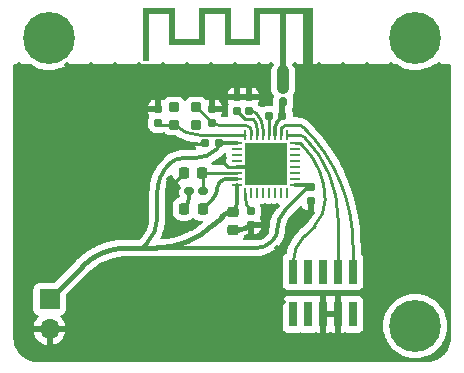
<source format=gtl>
%TF.GenerationSoftware,KiCad,Pcbnew,(6.0.1)*%
%TF.CreationDate,2022-03-11T00:24:32+11:00*%
%TF.ProjectId,BLE_beacon,424c455f-6265-4616-936f-6e2e6b696361,rev?*%
%TF.SameCoordinates,PX7e67600PY5e0b320*%
%TF.FileFunction,Copper,L1,Top*%
%TF.FilePolarity,Positive*%
%FSLAX46Y46*%
G04 Gerber Fmt 4.6, Leading zero omitted, Abs format (unit mm)*
G04 Created by KiCad (PCBNEW (6.0.1)) date 2022-03-11 00:24:32*
%MOMM*%
%LPD*%
G01*
G04 APERTURE LIST*
G04 Aperture macros list*
%AMRoundRect*
0 Rectangle with rounded corners*
0 $1 Rounding radius*
0 $2 $3 $4 $5 $6 $7 $8 $9 X,Y pos of 4 corners*
0 Add a 4 corners polygon primitive as box body*
4,1,4,$2,$3,$4,$5,$6,$7,$8,$9,$2,$3,0*
0 Add four circle primitives for the rounded corners*
1,1,$1+$1,$2,$3*
1,1,$1+$1,$4,$5*
1,1,$1+$1,$6,$7*
1,1,$1+$1,$8,$9*
0 Add four rect primitives between the rounded corners*
20,1,$1+$1,$2,$3,$4,$5,0*
20,1,$1+$1,$4,$5,$6,$7,0*
20,1,$1+$1,$6,$7,$8,$9,0*
20,1,$1+$1,$8,$9,$2,$3,0*%
%AMFreePoly0*
4,1,29,-11.250000,2.510000,-9.250000,2.510000,-9.250000,5.150000,-6.550000,5.150000,-6.550000,2.510000,-4.550000,2.510000,-4.550000,5.150000,0.450000,5.150000,0.450000,-0.250000,-0.450000,-0.250000,-0.450000,4.650000,-1.850000,4.650000,-1.850000,0.250000,-2.350000,0.250000,-2.350000,4.650000,-4.050000,4.650000,-4.050000,2.010000,-7.050000,2.010000,-7.050000,4.650000,-8.750000,4.650000,
-8.750000,2.010000,-11.750000,2.010000,-11.750000,4.650000,-13.450000,4.650000,-13.450000,0.710000,-13.950000,0.710000,-13.950000,5.150000,-11.250000,5.150000,-11.250000,2.510000,-11.250000,2.510000,$1*%
G04 Aperture macros list end*
%TA.AperFunction,SMDPad,CuDef*%
%ADD10RoundRect,0.062500X0.062500X-0.337500X0.062500X0.337500X-0.062500X0.337500X-0.062500X-0.337500X0*%
%TD*%
%TA.AperFunction,SMDPad,CuDef*%
%ADD11RoundRect,0.062500X0.337500X-0.062500X0.337500X0.062500X-0.337500X0.062500X-0.337500X-0.062500X0*%
%TD*%
%TA.AperFunction,SMDPad,CuDef*%
%ADD12R,3.600000X3.600000*%
%TD*%
%TA.AperFunction,SMDPad,CuDef*%
%ADD13RoundRect,0.155000X-0.155000X0.212500X-0.155000X-0.212500X0.155000X-0.212500X0.155000X0.212500X0*%
%TD*%
%TA.AperFunction,ComponentPad*%
%ADD14R,1.700000X1.700000*%
%TD*%
%TA.AperFunction,ComponentPad*%
%ADD15O,1.700000X1.700000*%
%TD*%
%TA.AperFunction,SMDPad,CuDef*%
%ADD16RoundRect,0.160000X-0.222500X-0.160000X0.222500X-0.160000X0.222500X0.160000X-0.222500X0.160000X0*%
%TD*%
%TA.AperFunction,SMDPad,CuDef*%
%ADD17RoundRect,0.225000X0.225000X0.250000X-0.225000X0.250000X-0.225000X-0.250000X0.225000X-0.250000X0*%
%TD*%
%TA.AperFunction,SMDPad,CuDef*%
%ADD18RoundRect,0.155000X0.212500X0.155000X-0.212500X0.155000X-0.212500X-0.155000X0.212500X-0.155000X0*%
%TD*%
%TA.AperFunction,SMDPad,CuDef*%
%ADD19RoundRect,0.160000X-0.160000X0.222500X-0.160000X-0.222500X0.160000X-0.222500X0.160000X0.222500X0*%
%TD*%
%TA.AperFunction,SMDPad,CuDef*%
%ADD20R,0.750000X2.100000*%
%TD*%
%TA.AperFunction,SMDPad,CuDef*%
%ADD21RoundRect,0.218750X0.218750X0.256250X-0.218750X0.256250X-0.218750X-0.256250X0.218750X-0.256250X0*%
%TD*%
%TA.AperFunction,ComponentPad*%
%ADD22C,0.700000*%
%TD*%
%TA.AperFunction,ComponentPad*%
%ADD23C,4.400000*%
%TD*%
%TA.AperFunction,SMDPad,CuDef*%
%ADD24RoundRect,0.155000X0.155000X-0.212500X0.155000X0.212500X-0.155000X0.212500X-0.155000X-0.212500X0*%
%TD*%
%TA.AperFunction,SMDPad,CuDef*%
%ADD25RoundRect,0.200000X0.250000X-0.200000X0.250000X0.200000X-0.250000X0.200000X-0.250000X-0.200000X0*%
%TD*%
%TA.AperFunction,SMDPad,CuDef*%
%ADD26RoundRect,0.225000X-0.250000X0.225000X-0.250000X-0.225000X0.250000X-0.225000X0.250000X0.225000X0*%
%TD*%
%TA.AperFunction,ConnectorPad*%
%ADD27FreePoly0,0.000000*%
%TD*%
%TA.AperFunction,ConnectorPad*%
%ADD28R,0.500000X0.500000*%
%TD*%
%TA.AperFunction,ComponentPad*%
%ADD29R,0.900000X0.500000*%
%TD*%
%TA.AperFunction,ViaPad*%
%ADD30C,0.508000*%
%TD*%
%TA.AperFunction,Conductor*%
%ADD31C,0.250000*%
%TD*%
%TA.AperFunction,Conductor*%
%ADD32C,1.000000*%
%TD*%
%TA.AperFunction,Conductor*%
%ADD33C,0.300000*%
%TD*%
%TA.AperFunction,Conductor*%
%ADD34C,0.400000*%
%TD*%
%TA.AperFunction,Conductor*%
%ADD35C,0.500000*%
%TD*%
G04 APERTURE END LIST*
D10*
%TO.P,U1,1,DEC1*%
%TO.N,Net-(C5-Pad1)*%
X20208000Y14882000D03*
%TO.P,U1,2,P0.00/XL1*%
%TO.N,unconnected-(U1-Pad2)*%
X20708000Y14882000D03*
%TO.P,U1,3,P0.01/XL2*%
%TO.N,unconnected-(U1-Pad3)*%
X21208000Y14882000D03*
%TO.P,U1,4,P0.04/AIN2*%
%TO.N,unconnected-(U1-Pad4)*%
X21708000Y14882000D03*
%TO.P,U1,5,P0.05/AIN3*%
%TO.N,unconnected-(U1-Pad5)*%
X22208000Y14882000D03*
%TO.P,U1,6,P0.06*%
%TO.N,unconnected-(U1-Pad6)*%
X22708000Y14882000D03*
%TO.P,U1,7,P0.09*%
%TO.N,unconnected-(U1-Pad7)*%
X23208000Y14882000D03*
%TO.P,U1,8,P0.10*%
%TO.N,unconnected-(U1-Pad8)*%
X23708000Y14882000D03*
D11*
%TO.P,U1,9,VDD*%
%TO.N,VDD*%
X24408000Y15582000D03*
%TO.P,U1,10,P0.12*%
%TO.N,unconnected-(U1-Pad10)*%
X24408000Y16082000D03*
%TO.P,U1,11,P0.14*%
%TO.N,unconnected-(U1-Pad11)*%
X24408000Y16582000D03*
%TO.P,U1,12,P0.15*%
%TO.N,unconnected-(U1-Pad12)*%
X24408000Y17082000D03*
%TO.P,U1,13,P0.16*%
%TO.N,unconnected-(U1-Pad13)*%
X24408000Y17582000D03*
%TO.P,U1,14,P0.18*%
%TO.N,unconnected-(U1-Pad14)*%
X24408000Y18082000D03*
%TO.P,U1,15,P0.20*%
%TO.N,unconnected-(U1-Pad15)*%
X24408000Y18582000D03*
%TO.P,U1,16,P0.21/~{RESET}*%
%TO.N,nRESET*%
X24408000Y19082000D03*
D10*
%TO.P,U1,17,SWDCLK*%
%TO.N,SWDCLK*%
X23708000Y19782000D03*
%TO.P,U1,18,SWDIO*%
%TO.N,SWDIO*%
X23208000Y19782000D03*
%TO.P,U1,19,ANT*%
%TO.N,Net-(C6-Pad1)*%
X22708000Y19782000D03*
%TO.P,U1,20,VSS*%
%TO.N,Net-(U1-Pad20)*%
X22208000Y19782000D03*
%TO.P,U1,21,DEC2*%
%TO.N,Net-(C10-Pad1)*%
X21708000Y19782000D03*
%TO.P,U1,22,DEC3*%
%TO.N,Net-(C4-Pad1)*%
X21208000Y19782000D03*
%TO.P,U1,23,XC1*%
%TO.N,Net-(C7-Pad2)*%
X20708000Y19782000D03*
%TO.P,U1,24,XC2*%
%TO.N,Net-(C9-Pad2)*%
X20208000Y19782000D03*
D11*
%TO.P,U1,25,VDD*%
%TO.N,VDD*%
X19508000Y19082000D03*
%TO.P,U1,26,P0.25*%
%TO.N,unconnected-(U1-Pad26)*%
X19508000Y18582000D03*
%TO.P,U1,27,P0.28/AIN4*%
%TO.N,unconnected-(U1-Pad27)*%
X19508000Y18082000D03*
%TO.P,U1,28,P0.30/AIN6*%
%TO.N,unconnected-(U1-Pad28)*%
X19508000Y17582000D03*
%TO.P,U1,29,VSS*%
%TO.N,GND*%
X19508000Y17082000D03*
%TO.P,U1,30,DEC4*%
%TO.N,DCC4*%
X19508000Y16582000D03*
%TO.P,U1,31,DCC*%
%TO.N,DCC*%
X19508000Y16082000D03*
%TO.P,U1,32,VDD*%
%TO.N,VDD*%
X19508000Y15582000D03*
D12*
%TO.P,U1,33,VSS*%
%TO.N,GND*%
X21958000Y17332000D03*
%TD*%
D13*
%TO.P,C9,1*%
%TO.N,GND*%
X12814000Y21963500D03*
%TO.P,C9,2*%
%TO.N,Net-(C9-Pad2)*%
X12814000Y20828500D03*
%TD*%
D14*
%TO.P,J2,1,Pin_1*%
%TO.N,VDD*%
X3625000Y5882000D03*
D15*
%TO.P,J2,2,Pin_2*%
%TO.N,GND*%
X3625000Y3342000D03*
%TD*%
D16*
%TO.P,L3,1,1*%
%TO.N,Net-(L2-Pad2)*%
X15473500Y15046000D03*
%TO.P,L3,2,2*%
%TO.N,DCC4*%
X16618500Y15046000D03*
%TD*%
D13*
%TO.P,C5,1*%
%TO.N,Net-(C5-Pad1)*%
X20688000Y13327500D03*
%TO.P,C5,2*%
%TO.N,GND*%
X20688000Y12192500D03*
%TD*%
D17*
%TO.P,C8,1*%
%TO.N,DCC4*%
X16567000Y16570000D03*
%TO.P,C8,2*%
%TO.N,GND*%
X15017000Y16570000D03*
%TD*%
D18*
%TO.P,C2,1*%
%TO.N,VDD*%
X17953500Y19110000D03*
%TO.P,C2,2*%
%TO.N,GND*%
X16818500Y19110000D03*
%TD*%
D19*
%TO.P,L1,1,1*%
%TO.N,Net-(AE1-Pad1)*%
X23412000Y23746500D03*
%TO.P,L1,2,2*%
%TO.N,Net-(C6-Pad1)*%
X23412000Y22601500D03*
%TD*%
D20*
%TO.P,J1,1,VTref*%
%TO.N,unconnected-(J1-Pad1)*%
X29324000Y4610000D03*
%TO.P,J1,2,SWDIO/TMS*%
%TO.N,SWDIO*%
X29324000Y8210000D03*
%TO.P,J1,3,GND*%
%TO.N,GND*%
X28054000Y4610000D03*
%TO.P,J1,4,SWDCLK/TCK*%
%TO.N,SWDCLK*%
X28054000Y8210000D03*
%TO.P,J1,5,GND*%
%TO.N,GND*%
X26784000Y4610000D03*
%TO.P,J1,6,SWO/TDO*%
%TO.N,unconnected-(J1-Pad6)*%
X26784000Y8210000D03*
%TO.P,J1,7,KEY*%
%TO.N,unconnected-(J1-Pad7)*%
X25514000Y4610000D03*
%TO.P,J1,8,NC/TDI*%
%TO.N,unconnected-(J1-Pad8)*%
X25514000Y8210000D03*
%TO.P,J1,9,GNDDetect*%
%TO.N,unconnected-(J1-Pad9)*%
X24244000Y4610000D03*
%TO.P,J1,10,~{RESET}*%
%TO.N,nRESET*%
X24244000Y8210000D03*
%TD*%
D18*
%TO.P,C6,1*%
%TO.N,Net-(C6-Pad1)*%
X23347000Y21396000D03*
%TO.P,C6,2*%
%TO.N,Net-(U1-Pad20)*%
X22212000Y21396000D03*
%TD*%
D21*
%TO.P,L2,1,1*%
%TO.N,DCC*%
X16579500Y13522000D03*
%TO.P,L2,2,2*%
%TO.N,Net-(L2-Pad2)*%
X15004500Y13522000D03*
%TD*%
D22*
%TO.P,REF\u002A\u002A,1*%
%TO.N,N/C*%
X36238000Y28000000D03*
X33421274Y29166726D03*
X34588000Y26350000D03*
X35754726Y26833274D03*
X35754726Y29166726D03*
X32938000Y28000000D03*
X34588000Y29650000D03*
D23*
X34588000Y28000000D03*
D22*
X33421274Y26833274D03*
%TD*%
D24*
%TO.P,C4,1*%
%TO.N,Net-(C4-Pad1)*%
X19528000Y21844500D03*
%TO.P,C4,2*%
%TO.N,GND*%
X19528000Y22979500D03*
%TD*%
%TO.P,C10,1*%
%TO.N,Net-(C10-Pad1)*%
X20544000Y21844500D03*
%TO.P,C10,2*%
%TO.N,GND*%
X20544000Y22979500D03*
%TD*%
D22*
%TO.P,REF\u002A\u002A,1*%
%TO.N,N/C*%
X5250000Y28000000D03*
X2433274Y26833274D03*
X3600000Y26350000D03*
X2433274Y29166726D03*
D23*
X3600000Y28000000D03*
D22*
X3600000Y29650000D03*
X1950000Y28000000D03*
X4766726Y29166726D03*
X4766726Y26833274D03*
%TD*%
D13*
%TO.P,C7,1*%
%TO.N,GND*%
X17386000Y21963500D03*
%TO.P,C7,2*%
%TO.N,Net-(C7-Pad2)*%
X17386000Y20828500D03*
%TD*%
D25*
%TO.P,Y1,1,1*%
%TO.N,Net-(C9-Pad2)*%
X14175000Y20671000D03*
%TO.P,Y1,2*%
%TO.N,N/C*%
X16025000Y20671000D03*
%TO.P,Y1,3,3*%
%TO.N,Net-(C7-Pad2)*%
X16025000Y22121000D03*
%TO.P,Y1,4*%
%TO.N,N/C*%
X14175000Y22121000D03*
%TD*%
D26*
%TO.P,C3,1*%
%TO.N,VDD*%
X19164000Y13281000D03*
%TO.P,C3,2*%
%TO.N,GND*%
X19164000Y11731000D03*
%TD*%
D13*
%TO.P,C1,1*%
%TO.N,VDD*%
X25768000Y15359500D03*
%TO.P,C1,2*%
%TO.N,GND*%
X25768000Y14224500D03*
%TD*%
D22*
%TO.P,REF\u002A\u002A,1*%
%TO.N,N/C*%
X33421274Y4782726D03*
X36238000Y3616000D03*
X35754726Y4782726D03*
X34588000Y1966000D03*
X33421274Y2449274D03*
X35754726Y2449274D03*
X34588000Y5266000D03*
X32938000Y3616000D03*
D23*
X34588000Y3616000D03*
%TD*%
D27*
%TO.P,AE1,*%
%TO.N,GND*%
X25494800Y25358400D03*
D28*
%TO.P,AE1,1,A*%
%TO.N,Net-(AE1-Pad1)*%
X23394800Y25358400D03*
D29*
%TO.P,AE1,2*%
%TO.N,GND*%
X25494800Y25358400D03*
%TD*%
D30*
%TO.N,GND*%
X18200000Y17600000D03*
X17316000Y25714000D03*
X18332000Y22920000D03*
X24936000Y21904000D03*
X30016000Y22412000D03*
X2076000Y7172000D03*
X12213136Y2094596D03*
X32556000Y22412000D03*
X9673655Y2094596D03*
X2076000Y17332000D03*
X30016000Y12760000D03*
X26460000Y25714000D03*
X7129503Y7198497D03*
X7129503Y4659016D03*
X26968000Y19872000D03*
X22904000Y10220000D03*
X13252000Y25714000D03*
X10712000Y9204000D03*
X11220000Y25714000D03*
X32549107Y17334892D03*
X13760000Y15300000D03*
X15284000Y25714000D03*
X9668984Y4659016D03*
X35096000Y7172000D03*
X29989503Y2094596D03*
X14522000Y15300000D03*
X9694961Y22438497D03*
X21380000Y5648000D03*
X25698000Y13268000D03*
X32556000Y19872000D03*
X13754828Y16079264D03*
X4616000Y17332000D03*
X27450022Y2094596D03*
X2049503Y22438497D03*
X4615999Y19899016D03*
X7156000Y25714000D03*
X19348000Y25714000D03*
X21380000Y25714000D03*
X7156000Y17332000D03*
X22904000Y16316000D03*
X21888000Y22920000D03*
X2049503Y19899016D03*
X10712000Y17332000D03*
X9188000Y25714000D03*
X11728000Y21396000D03*
X28492000Y25714000D03*
X35088588Y19874373D03*
X23412000Y5648000D03*
X24428000Y25714000D03*
X22904000Y13776000D03*
X32556000Y7172000D03*
X20872000Y16316000D03*
X20872000Y18348000D03*
X35088588Y17334892D03*
X35096000Y22412000D03*
X5124000Y25714000D03*
X4615999Y22438497D03*
X22396000Y25714000D03*
X30009626Y19874373D03*
X2076000Y4632000D03*
X15284000Y5648000D03*
X13252000Y5648000D03*
X7155480Y19899016D03*
X2050541Y2092520D03*
X21888000Y13014000D03*
X7155480Y22438497D03*
X12744000Y23428000D03*
X36620000Y25714000D03*
X22904000Y18348000D03*
X30516909Y25721091D03*
X32556000Y25714000D03*
X1060000Y25714000D03*
X7129503Y2092520D03*
X21888000Y13776000D03*
%TD*%
D31*
%TO.N,GND*%
X15017000Y16557000D02*
X13760000Y15300000D01*
X15017000Y16570000D02*
X15017000Y16557000D01*
%TO.N,DCC4*%
X16618500Y16518500D02*
X16567000Y16570000D01*
X16618500Y15046000D02*
X16618500Y16518500D01*
X16579000Y16582000D02*
X16567000Y16570000D01*
X19508000Y16582000D02*
X16579000Y16582000D01*
%TO.N,Net-(U1-Pad20)*%
X22208000Y21392000D02*
X22212000Y21396000D01*
X22208000Y19782000D02*
X22208000Y21392000D01*
%TO.N,GND*%
X18718000Y17082000D02*
X18200000Y17600000D01*
X19508000Y17082000D02*
X18718000Y17082000D01*
D32*
%TO.N,Net-(AE1-Pad1)*%
X23412000Y25206000D02*
X23412000Y23746500D01*
D33*
%TO.N,GND*%
X21708000Y17082000D02*
X21958000Y17332000D01*
X13942983Y15625016D02*
X14268000Y15300000D01*
X14522000Y15300000D02*
X14268000Y15300000D01*
X13754828Y16079264D02*
X13754828Y15925696D01*
X14167791Y15908209D02*
X14268000Y15808000D01*
X13763378Y16058621D02*
X14522000Y15300000D01*
X14268000Y15300000D02*
X14014000Y15300000D01*
D34*
X19164000Y11731000D02*
X19573841Y11731000D01*
D33*
X19508000Y17082000D02*
X21708000Y17082000D01*
X14342395Y15733605D02*
X14268000Y15808000D01*
X13754828Y16079264D02*
X13754828Y15312486D01*
X14014000Y15300000D02*
X13760000Y15300000D01*
X14268000Y15808000D02*
X13760000Y15300000D01*
D34*
X20688000Y12192500D02*
G75*
G02*
X19573841Y11731000I-1114156J1114150D01*
G01*
D33*
X14167791Y15908209D02*
G75*
G03*
X13754828Y16079264I-412964J-412965D01*
G01*
X13763378Y16058621D02*
G75*
G02*
X13754828Y16079264I20643J20642D01*
G01*
X14014000Y15300000D02*
G75*
G02*
X13754828Y15925696I625690J625694D01*
G01*
X13942983Y15625016D02*
G75*
G02*
X13754828Y16079264I454252J454249D01*
G01*
X14342395Y15733605D02*
G75*
G02*
X14522000Y15300000I-433609J-433606D01*
G01*
X13760000Y15300000D02*
G75*
G02*
X13754828Y15312486I12486J12486D01*
G01*
D31*
%TO.N,Net-(C4-Pad1)*%
X19528000Y21814857D02*
X20196769Y21146088D01*
X20206638Y21142000D02*
X20872000Y21142000D01*
X21208000Y20330825D02*
X21208000Y19782000D01*
X19528000Y21844500D02*
X19528000Y21814857D01*
X20206638Y21142001D02*
G75*
G02*
X20196770Y21146089I-2J13951D01*
G01*
X21208000Y20330825D02*
G75*
G03*
X20872000Y21142000I-1147173J0D01*
G01*
%TO.N,Net-(C5-Pad1)*%
X20208000Y14882000D02*
X20208000Y14486322D01*
X20688000Y13327500D02*
G75*
G02*
X20208000Y14486322I1158815J1158820D01*
G01*
D33*
%TO.N,Net-(C6-Pad1)*%
X22708000Y19782000D02*
X22707520Y19782480D01*
D35*
X23347000Y21396000D02*
X23347000Y22536500D01*
D33*
X22707520Y19782480D02*
X22707520Y20413656D01*
D35*
X23347000Y22536500D02*
X23412000Y22601500D01*
D33*
X22904000Y20888000D02*
X23301038Y21285038D01*
X23347000Y21396000D02*
G75*
G02*
X23301038Y21285038I-156919J-2D01*
G01*
X22904000Y20888000D02*
G75*
G03*
X22707520Y20413656I474338J-474342D01*
G01*
D31*
%TO.N,Net-(C7-Pad2)*%
X16025000Y22121000D02*
X16093500Y22121000D01*
X20708000Y19782000D02*
X20708000Y20162721D01*
X20618000Y20380000D02*
X20543605Y20454395D01*
X16093500Y22121000D02*
X17386000Y20828500D01*
X20110000Y20634000D02*
X17855564Y20634000D01*
X20618000Y20380000D02*
G75*
G02*
X20708000Y20162721I-217279J-217279D01*
G01*
X17386000Y20828500D02*
G75*
G03*
X17855564Y20634000I469565J469565D01*
G01*
X20110000Y20634000D02*
G75*
G02*
X20543605Y20454395I0J-613209D01*
G01*
D33*
%TO.N,DCC*%
X18739494Y16082000D02*
X19508000Y16082000D01*
X16579500Y13522000D02*
X17446758Y14389258D01*
X18003605Y15733605D02*
X18078000Y15808000D01*
X18739494Y16082000D02*
G75*
G03*
X18078000Y15808000I-1J-935490D01*
G01*
X17823999Y15300000D02*
G75*
G02*
X17446757Y14389259I-1287982J0D01*
G01*
X18003605Y15733605D02*
G75*
G03*
X17824000Y15300000I433609J-433606D01*
G01*
D31*
%TO.N,Net-(C9-Pad2)*%
X20208000Y19782000D02*
X16321235Y19782000D01*
X14175000Y20671000D02*
X12971500Y20671000D01*
X12971500Y20671000D02*
X12814000Y20828500D01*
X14175000Y20671000D02*
G75*
G03*
X16321235Y19782000I2146232J2146228D01*
G01*
%TO.N,Net-(C10-Pad1)*%
X21708000Y19782000D02*
X21708000Y20244928D01*
X20656436Y21844500D02*
X20544000Y21844500D01*
X20656436Y21844499D02*
G75*
G02*
X21125999Y21649999I1J-664060D01*
G01*
X21126000Y21650000D02*
G75*
G02*
X21708000Y20244928I-1405064J-1405069D01*
G01*
%TO.N,SWDIO*%
X23920000Y20634000D02*
X24576790Y20634000D01*
X23208000Y20303480D02*
X23268772Y20364252D01*
X23208000Y19782000D02*
X23208000Y20303480D01*
X29324000Y10399642D02*
X29324000Y8210000D01*
X25190000Y20380000D02*
G75*
G03*
X24576790Y20634000I-613210J-613209D01*
G01*
X29324000Y10399642D02*
G75*
G03*
X25190000Y20380000I-14114356J0D01*
G01*
X23920000Y20633999D02*
G75*
G03*
X23268773Y20364251I4J-920983D01*
G01*
%TO.N,SWDCLK*%
X24794069Y19782000D02*
X23708000Y19782000D01*
X28054000Y8210000D02*
X28054000Y12703693D01*
X24794069Y19782000D02*
G75*
G02*
X25190000Y19618000I2J-559925D01*
G01*
X25190000Y19618000D02*
G75*
G02*
X28054000Y12703693I-6914302J-6914305D01*
G01*
%TO.N,nRESET*%
X24855328Y19082000D02*
X25069186Y18868142D01*
X24855328Y19082000D02*
X24408000Y19082000D01*
X24244000Y8952154D02*
X24244000Y8210000D01*
X26069974Y12115975D02*
X25190000Y11236000D01*
X24244001Y8952154D02*
G75*
G02*
X25190001Y11235999I3229838J3D01*
G01*
X26069974Y12115975D02*
G75*
G03*
X26968000Y14284000I-2168018J2168023D01*
G01*
X26967999Y14284000D02*
G75*
G03*
X25069185Y18868141I-6482952J1D01*
G01*
D33*
%TO.N,Net-(L2-Pad2)*%
X15473500Y15046000D02*
X15473500Y14654266D01*
X15004500Y13522000D02*
G75*
G03*
X15473500Y14654266I-1132269J1132267D01*
G01*
D34*
%TO.N,VDD*%
X11474000Y10220000D02*
X10204000Y10220000D01*
X6378373Y8635374D02*
X3625000Y5882000D01*
D33*
X25545500Y15582000D02*
X25768000Y15359500D01*
X15984370Y17840000D02*
X14986420Y17840000D01*
D34*
X18199484Y12881485D02*
X17570000Y12252000D01*
X12664319Y10220000D02*
X11474000Y10220000D01*
D33*
X19508000Y19082000D02*
X17981500Y19082000D01*
X17953500Y19110000D02*
X17953500Y18914640D01*
X19508000Y15582000D02*
X19508000Y14111489D01*
X25316471Y15172470D02*
X24682000Y14538000D01*
X22544790Y10876790D02*
X22396000Y10728000D01*
X11845974Y10591975D02*
X11474000Y10220000D01*
X12744000Y14879160D02*
X12744000Y12760000D01*
X24408000Y15582000D02*
X25545500Y15582000D01*
X24682000Y14538000D02*
X23622421Y13478421D01*
X17981500Y19082000D02*
X17953500Y19110000D01*
X21169580Y10220000D02*
X12664319Y10220000D01*
X21169580Y10220000D02*
G75*
G03*
X22396000Y10728000I-3J1734426D01*
G01*
D34*
X6378373Y8635374D02*
G75*
G02*
X10204000Y10220000I3825628J-3825632D01*
G01*
D33*
X15984370Y17840001D02*
G75*
G03*
X17824000Y18602000I-2J2601634D01*
G01*
X13760000Y17332000D02*
G75*
G02*
X14986420Y17840000I1226417J-1226413D01*
G01*
X19164000Y13281000D02*
G75*
G03*
X19508000Y14111489I-830483J830487D01*
G01*
X22544790Y10876790D02*
G75*
G03*
X22904000Y11744000I-867213J867211D01*
G01*
D34*
X18199484Y12881485D02*
G75*
G02*
X19164000Y13281000I964518J-964524D01*
G01*
D33*
X22904001Y11744000D02*
G75*
G02*
X23622422Y13478420I2452840J0D01*
G01*
X11845974Y10591975D02*
G75*
G03*
X12744000Y12760000I-2168018J2168023D01*
G01*
X12744001Y14879160D02*
G75*
G02*
X13760001Y17331999I3468838J0D01*
G01*
X17824000Y18602000D02*
G75*
G03*
X17953500Y18914640I-312642J312641D01*
G01*
X25316471Y15172470D02*
G75*
G02*
X25768000Y15359500I451526J-451520D01*
G01*
D34*
X12664319Y10220000D02*
G75*
G03*
X17570000Y12252000I-1J6937682D01*
G01*
%TD*%
%TA.AperFunction,Conductor*%
%TO.N,GND*%
G36*
X2022752Y25792307D02*
G01*
X2025189Y25790575D01*
X2028149Y25788191D01*
X2305253Y25615373D01*
X2601112Y25477097D01*
X2604721Y25475914D01*
X2827653Y25402833D01*
X2911440Y25375366D01*
X3231742Y25311654D01*
X3235514Y25311367D01*
X3235522Y25311366D01*
X3553602Y25287171D01*
X3553607Y25287171D01*
X3557379Y25286884D01*
X3883633Y25301414D01*
X3943425Y25311366D01*
X4202037Y25354410D01*
X4202042Y25354411D01*
X4205778Y25355033D01*
X4519149Y25446966D01*
X4522616Y25448456D01*
X4522620Y25448457D01*
X4815721Y25574384D01*
X4815723Y25574385D01*
X4819205Y25575881D01*
X5101601Y25739909D01*
X5104623Y25742190D01*
X5104627Y25742193D01*
X5168168Y25790162D01*
X5234588Y25815242D01*
X5244085Y25815600D01*
X22383173Y25815600D01*
X22451294Y25795598D01*
X22497787Y25741942D01*
X22507891Y25671668D01*
X22493589Y25628901D01*
X22488759Y25620114D01*
X22480567Y25605213D01*
X22478706Y25599346D01*
X22478705Y25599344D01*
X22471867Y25577788D01*
X22420765Y25416694D01*
X22403500Y25262773D01*
X22403500Y23696731D01*
X22403800Y23693675D01*
X22403800Y23693668D01*
X22404530Y23686227D01*
X22417920Y23549667D01*
X22475084Y23360331D01*
X22567934Y23185704D01*
X22571830Y23180927D01*
X22595003Y23152514D01*
X22622557Y23087082D01*
X22617594Y23035200D01*
X22589866Y22946719D01*
X22583500Y22877437D01*
X22583500Y22874539D01*
X22583501Y22340500D01*
X22563499Y22272379D01*
X22509844Y22225886D01*
X22457501Y22214500D01*
X21946468Y22214500D01*
X21877699Y22208181D01*
X21804319Y22185185D01*
X21731704Y22162429D01*
X21731702Y22162428D01*
X21724455Y22160157D01*
X21717958Y22156222D01*
X21717953Y22156220D01*
X21675254Y22130361D01*
X21606625Y22112182D01*
X21539061Y22133993D01*
X21528153Y22142326D01*
X21511886Y22156220D01*
X21438180Y22219171D01*
X21425245Y22230219D01*
X21425244Y22230219D01*
X21421483Y22233432D01*
X21358028Y22272318D01*
X21309693Y22327145D01*
X21308157Y22332045D01*
X21304225Y22338537D01*
X21304223Y22338542D01*
X21298973Y22347210D01*
X21280793Y22415839D01*
X21298974Y22477757D01*
X21303766Y22485669D01*
X21309971Y22499411D01*
X21353685Y22638904D01*
X21356298Y22651954D01*
X21361537Y22708962D01*
X21357525Y22722624D01*
X21356135Y22723829D01*
X21348452Y22725500D01*
X18728115Y22725500D01*
X18712876Y22721025D01*
X18711671Y22719635D01*
X18710187Y22712814D01*
X18710266Y22711112D01*
X18715702Y22651954D01*
X18718315Y22638904D01*
X18762029Y22499411D01*
X18768234Y22485669D01*
X18773026Y22477757D01*
X18791207Y22409128D01*
X18773027Y22347210D01*
X18763843Y22332045D01*
X18761572Y22324798D01*
X18761571Y22324796D01*
X18745145Y22272379D01*
X18715819Y22178801D01*
X18709500Y22110032D01*
X18709500Y21578968D01*
X18715819Y21510199D01*
X18717820Y21503815D01*
X18740582Y21431179D01*
X18741866Y21360194D01*
X18704569Y21299783D01*
X18640532Y21269127D01*
X18620348Y21267500D01*
X18250554Y21267500D01*
X18182433Y21287502D01*
X18142779Y21328228D01*
X18140973Y21331210D01*
X18122793Y21399839D01*
X18140974Y21461757D01*
X18145766Y21469669D01*
X18151971Y21483411D01*
X18195685Y21622904D01*
X18198298Y21635954D01*
X18203537Y21692962D01*
X18199525Y21706624D01*
X18198135Y21707829D01*
X18190452Y21709500D01*
X17453094Y21709500D01*
X17384973Y21729502D01*
X17363999Y21746405D01*
X17168905Y21941499D01*
X17134879Y22003811D01*
X17132000Y22030594D01*
X17132000Y22235615D01*
X17640000Y22235615D01*
X17644475Y22220376D01*
X17645865Y22219171D01*
X17653548Y22217500D01*
X18185885Y22217500D01*
X18201124Y22221975D01*
X18202329Y22223365D01*
X18203813Y22230186D01*
X18203734Y22231888D01*
X18198298Y22291046D01*
X18195685Y22304096D01*
X18151971Y22443589D01*
X18145765Y22457334D01*
X18070504Y22581604D01*
X18061197Y22593473D01*
X17958473Y22696197D01*
X17946604Y22705504D01*
X17822334Y22780765D01*
X17808589Y22786971D01*
X17669088Y22830687D01*
X17657497Y22833009D01*
X17643165Y22830194D01*
X17640000Y22818298D01*
X17640000Y22235615D01*
X17132000Y22235615D01*
X17132000Y22816658D01*
X17127729Y22831203D01*
X17115698Y22833248D01*
X17102912Y22830687D01*
X16963411Y22786971D01*
X16942741Y22777638D01*
X16941940Y22779412D01*
X16883070Y22763821D01*
X16815508Y22785634D01*
X16797339Y22800681D01*
X16715381Y22882639D01*
X16568699Y22971472D01*
X16561452Y22973743D01*
X16561450Y22973744D01*
X16495164Y22994517D01*
X16405062Y23022753D01*
X16331635Y23029500D01*
X16328737Y23029500D01*
X16024205Y23029499D01*
X15718366Y23029499D01*
X15715508Y23029236D01*
X15715499Y23029236D01*
X15679996Y23025974D01*
X15644938Y23022753D01*
X15638560Y23020754D01*
X15638559Y23020754D01*
X15488550Y22973744D01*
X15488548Y22973743D01*
X15481301Y22971472D01*
X15334619Y22882639D01*
X15213361Y22761381D01*
X15209424Y22754880D01*
X15207776Y22752159D01*
X15206060Y22750590D01*
X15204738Y22748904D01*
X15204457Y22749124D01*
X15155379Y22704252D01*
X15085399Y22692279D01*
X15020055Y22720040D01*
X14992224Y22752159D01*
X14990576Y22754880D01*
X14986639Y22761381D01*
X14865381Y22882639D01*
X14718699Y22971472D01*
X14711452Y22973743D01*
X14711450Y22973744D01*
X14645164Y22994517D01*
X14555062Y23022753D01*
X14481635Y23029500D01*
X14478737Y23029500D01*
X14174205Y23029499D01*
X13868366Y23029499D01*
X13865508Y23029236D01*
X13865499Y23029236D01*
X13829996Y23025974D01*
X13794938Y23022753D01*
X13788560Y23020754D01*
X13788559Y23020754D01*
X13638550Y22973744D01*
X13638548Y22973743D01*
X13631301Y22971472D01*
X13484619Y22882639D01*
X13402661Y22800681D01*
X13340349Y22766655D01*
X13269534Y22771720D01*
X13257267Y22777657D01*
X13257259Y22777638D01*
X13236589Y22786971D01*
X13097088Y22830687D01*
X13085497Y22833009D01*
X13071165Y22830194D01*
X13068000Y22818298D01*
X13068000Y21835500D01*
X13047998Y21767379D01*
X12994342Y21720886D01*
X12942000Y21709500D01*
X12014115Y21709500D01*
X11998876Y21705025D01*
X11997671Y21703635D01*
X11996187Y21696814D01*
X11996266Y21695112D01*
X12001702Y21635954D01*
X12004315Y21622904D01*
X12048029Y21483411D01*
X12054234Y21469669D01*
X12059026Y21461757D01*
X12077207Y21393128D01*
X12059027Y21331210D01*
X12049843Y21316045D01*
X12047572Y21308798D01*
X12047571Y21308796D01*
X12031692Y21258124D01*
X12001819Y21162801D01*
X11995500Y21094032D01*
X11995500Y20562968D01*
X12001819Y20494199D01*
X12049843Y20340955D01*
X12133034Y20203590D01*
X12246590Y20090034D01*
X12383955Y20006843D01*
X12391202Y20004572D01*
X12391204Y20004571D01*
X12434650Y19990956D01*
X12537199Y19958819D01*
X12605968Y19952500D01*
X13022032Y19952500D01*
X13090801Y19958819D01*
X13193350Y19990956D01*
X13236796Y20004571D01*
X13236798Y20004572D01*
X13244045Y20006843D01*
X13250542Y20010777D01*
X13257466Y20013904D01*
X13258246Y20012176D01*
X13317282Y20027816D01*
X13384846Y20006009D01*
X13403024Y19990956D01*
X13484619Y19909361D01*
X13631301Y19820528D01*
X13638548Y19818257D01*
X13638550Y19818256D01*
X13704836Y19797483D01*
X13794938Y19769247D01*
X13868365Y19762500D01*
X13899065Y19762500D01*
X14251383Y19762501D01*
X14319082Y19742768D01*
X14485120Y19636990D01*
X14769283Y19489064D01*
X15065258Y19366467D01*
X15067878Y19365641D01*
X15067886Y19365638D01*
X15368162Y19270962D01*
X15368167Y19270961D01*
X15370792Y19270133D01*
X15683559Y19200794D01*
X15686278Y19200436D01*
X15686284Y19200435D01*
X15793479Y19186323D01*
X16001180Y19158979D01*
X16003929Y19158859D01*
X16003940Y19158858D01*
X16187906Y19150826D01*
X16285490Y19146566D01*
X16297730Y19145430D01*
X16307872Y19143987D01*
X16314915Y19143913D01*
X16317116Y19143890D01*
X16317118Y19143890D01*
X16321236Y19143847D01*
X16325326Y19144342D01*
X16325327Y19144342D01*
X16334309Y19145429D01*
X16352143Y19147587D01*
X16367278Y19148500D01*
X16946500Y19148500D01*
X17014621Y19128498D01*
X17061114Y19074842D01*
X17072500Y19022500D01*
X17072500Y18982000D01*
X17052498Y18913879D01*
X16998842Y18867386D01*
X16946500Y18856000D01*
X15965342Y18856000D01*
X15950797Y18851729D01*
X15948752Y18839698D01*
X15951313Y18826912D01*
X15995030Y18687407D01*
X16000024Y18676347D01*
X16009825Y18606031D01*
X15980054Y18541578D01*
X15920163Y18503452D01*
X15885186Y18498500D01*
X15042194Y18498500D01*
X15024442Y18499757D01*
X15013269Y18501347D01*
X15004390Y18502611D01*
X15004386Y18502611D01*
X15000313Y18503191D01*
X14992583Y18503272D01*
X14990542Y18503293D01*
X14986421Y18503336D01*
X14974003Y18501833D01*
X14965957Y18501121D01*
X14718077Y18487200D01*
X14453107Y18442181D01*
X14194843Y18367776D01*
X14191575Y18366422D01*
X14191574Y18366422D01*
X13949803Y18266278D01*
X13949798Y18266275D01*
X13946535Y18264924D01*
X13711303Y18134916D01*
X13492107Y17979388D01*
X13363672Y17864610D01*
X13320837Y17826330D01*
X13312532Y17819523D01*
X13304453Y17813457D01*
X13304441Y17813446D01*
X13300876Y17810770D01*
X13300875Y17810769D01*
X13297136Y17807107D01*
X13297130Y17807102D01*
X13294803Y17804823D01*
X13290950Y17801049D01*
X13288413Y17797814D01*
X13288407Y17797807D01*
X13286657Y17795575D01*
X13280407Y17788206D01*
X13049968Y17536726D01*
X13049961Y17536718D01*
X13048103Y17534690D01*
X13046421Y17532498D01*
X12837937Y17260796D01*
X12828701Y17248760D01*
X12635055Y16944795D01*
X12633788Y16942362D01*
X12633785Y16942356D01*
X12469908Y16627553D01*
X12468637Y16625111D01*
X12330715Y16292138D01*
X12329889Y16289518D01*
X12329886Y16289510D01*
X12223166Y15951036D01*
X12222339Y15948412D01*
X12221744Y15945728D01*
X12151113Y15627133D01*
X12144332Y15596548D01*
X12143973Y15593818D01*
X12143971Y15593809D01*
X12134404Y15521138D01*
X12097290Y15239224D01*
X12097170Y15236475D01*
X12097169Y15236464D01*
X12082694Y14904926D01*
X12081736Y14893975D01*
X12081691Y14893637D01*
X12081691Y14893632D01*
X12080700Y14886106D01*
X12083001Y14865268D01*
X12084739Y14849522D01*
X12085500Y14835695D01*
X12085500Y12811664D01*
X12084422Y12795217D01*
X12080700Y12766946D01*
X12081534Y12759394D01*
X12082989Y12746209D01*
X12083552Y12725320D01*
X12081461Y12688080D01*
X12071804Y12516108D01*
X12070759Y12497506D01*
X12069178Y12483469D01*
X12061464Y12438069D01*
X12026323Y12231245D01*
X12023179Y12217470D01*
X11952355Y11971634D01*
X11947688Y11958297D01*
X11887055Y11811915D01*
X11850927Y11724694D01*
X11849786Y11721940D01*
X11843657Y11709213D01*
X11719901Y11485294D01*
X11712394Y11473346D01*
X11564336Y11264678D01*
X11555538Y11253646D01*
X11493689Y11184437D01*
X11408523Y11089137D01*
X11391285Y11073142D01*
X11381862Y11065911D01*
X11377113Y11059983D01*
X11358847Y11037184D01*
X11349609Y11026870D01*
X11314163Y10991423D01*
X11288145Y10965405D01*
X11225833Y10931380D01*
X11199049Y10928500D01*
X10263331Y10928500D01*
X10245577Y10929757D01*
X10223030Y10932966D01*
X10223029Y10932966D01*
X10218947Y10933547D01*
X10211814Y10933622D01*
X10208132Y10933661D01*
X10208126Y10933661D01*
X10204000Y10933704D01*
X10194037Y10932498D01*
X10183397Y10931665D01*
X9767215Y10916801D01*
X9764980Y10916561D01*
X9764970Y10916560D01*
X9334903Y10870323D01*
X9334894Y10870322D01*
X9332655Y10870081D01*
X9330438Y10869681D01*
X9330431Y10869680D01*
X8904740Y10792877D01*
X8904730Y10792875D01*
X8902536Y10792479D01*
X8479049Y10684390D01*
X8064352Y10546366D01*
X8062292Y10545513D01*
X8062282Y10545509D01*
X7662624Y10379965D01*
X7662618Y10379962D01*
X7660558Y10379109D01*
X7658567Y10378113D01*
X7658553Y10378106D01*
X7383624Y10240486D01*
X7269724Y10183472D01*
X6893843Y9960452D01*
X6891997Y9959170D01*
X6891995Y9959169D01*
X6544758Y9718077D01*
X6534830Y9711184D01*
X6533102Y9709791D01*
X6533088Y9709781D01*
X6416814Y9616081D01*
X6194514Y9436941D01*
X6056166Y9308134D01*
X5901991Y9164592D01*
X5891786Y9156052D01*
X5887688Y9152975D01*
X5884388Y9150497D01*
X5873708Y9140039D01*
X5871165Y9136795D01*
X5871159Y9136789D01*
X5851664Y9111925D01*
X5841605Y9100576D01*
X4018435Y7277405D01*
X3956123Y7243380D01*
X3929340Y7240500D01*
X2726866Y7240500D01*
X2664684Y7233745D01*
X2528295Y7182615D01*
X2411739Y7095261D01*
X2324385Y6978705D01*
X2273255Y6842316D01*
X2266500Y6780134D01*
X2266500Y4983866D01*
X2273255Y4921684D01*
X2324385Y4785295D01*
X2411739Y4668739D01*
X2528295Y4581385D01*
X2536704Y4578233D01*
X2536705Y4578232D01*
X2645960Y4537274D01*
X2702725Y4494633D01*
X2727425Y4428071D01*
X2712218Y4358722D01*
X2692825Y4332241D01*
X2569590Y4203283D01*
X2563104Y4195273D01*
X2443098Y4019351D01*
X2438000Y4010377D01*
X2348338Y3817217D01*
X2344775Y3807530D01*
X2289389Y3607817D01*
X2290912Y3599393D01*
X2303292Y3596000D01*
X4943344Y3596000D01*
X4956875Y3599973D01*
X4958180Y3609053D01*
X4916214Y3776125D01*
X4912894Y3785876D01*
X4827972Y3981186D01*
X4823105Y3990261D01*
X4707426Y4169074D01*
X4701136Y4177243D01*
X4557293Y4335323D01*
X4526241Y4399169D01*
X4534635Y4469667D01*
X4579812Y4524436D01*
X4606256Y4538105D01*
X4713297Y4578233D01*
X4721705Y4581385D01*
X4838261Y4668739D01*
X4925615Y4785295D01*
X4976745Y4921684D01*
X4983500Y4983866D01*
X4983500Y6186340D01*
X5003502Y6254461D01*
X5020405Y6275435D01*
X6840488Y8095519D01*
X6852880Y8106387D01*
X6871698Y8120826D01*
X6871700Y8120828D01*
X6877725Y8125451D01*
X6894776Y8146734D01*
X6907581Y8160478D01*
X7146822Y8381629D01*
X7154345Y8388054D01*
X7314947Y8514663D01*
X7436500Y8610488D01*
X7444488Y8616291D01*
X7743229Y8815903D01*
X7751665Y8821072D01*
X8065124Y8996618D01*
X8073939Y9001110D01*
X8400223Y9151528D01*
X8409360Y9155313D01*
X8746439Y9279668D01*
X8755849Y9282725D01*
X9101626Y9380244D01*
X9111246Y9382554D01*
X9463626Y9452647D01*
X9473397Y9454195D01*
X9830192Y9496424D01*
X9840055Y9497200D01*
X10157290Y9509665D01*
X10178685Y9508684D01*
X10188996Y9507326D01*
X10188999Y9507326D01*
X10196526Y9506335D01*
X10236416Y9510739D01*
X10250243Y9511500D01*
X12604988Y9511500D01*
X12622742Y9510243D01*
X12645289Y9507034D01*
X12645290Y9507034D01*
X12649372Y9506453D01*
X12656462Y9506379D01*
X12660186Y9506339D01*
X12660192Y9506339D01*
X12664319Y9506296D01*
X12671371Y9507149D01*
X12682380Y9507995D01*
X12965504Y9517264D01*
X13162632Y9523717D01*
X13162640Y9523717D01*
X13164671Y9523784D01*
X13166709Y9523985D01*
X13166713Y9523985D01*
X13541448Y9560893D01*
X13553798Y9561500D01*
X21113808Y9561500D01*
X21131560Y9560243D01*
X21139701Y9559085D01*
X21151612Y9557389D01*
X21151616Y9557389D01*
X21155689Y9556809D01*
X21163419Y9556728D01*
X21165460Y9556707D01*
X21169581Y9556664D01*
X21181999Y9558167D01*
X21190045Y9558879D01*
X21437925Y9572800D01*
X21702894Y9617821D01*
X21961157Y9692225D01*
X22109418Y9753637D01*
X22206197Y9793724D01*
X22206202Y9793726D01*
X22209465Y9795078D01*
X22444695Y9925085D01*
X22484058Y9953014D01*
X22661007Y10078566D01*
X22663891Y10080612D01*
X22798810Y10201183D01*
X22800010Y10199841D01*
X22802853Y10203501D01*
X22802807Y10203547D01*
X22811658Y10212398D01*
X22816791Y10217252D01*
X22821734Y10221669D01*
X22835168Y10233675D01*
X22843468Y10240479D01*
X22855123Y10249229D01*
X22865049Y10258950D01*
X22885201Y10284651D01*
X22895260Y10296000D01*
X22970984Y10371724D01*
X22984426Y10383389D01*
X22995455Y10391670D01*
X23003914Y10398021D01*
X23013840Y10407741D01*
X23016379Y10410979D01*
X23016385Y10410986D01*
X23020576Y10416331D01*
X23024998Y10421662D01*
X23173471Y10590964D01*
X23173475Y10590970D01*
X23176196Y10594072D01*
X23313471Y10799518D01*
X23320071Y10812900D01*
X23388744Y10952158D01*
X23422755Y11021125D01*
X23439555Y11070616D01*
X23500851Y11251187D01*
X23500852Y11251191D01*
X23502179Y11255100D01*
X23504086Y11264686D01*
X23549581Y11493401D01*
X23549582Y11493407D01*
X23550384Y11497440D01*
X23554341Y11557800D01*
X23563991Y11705042D01*
X23564978Y11714553D01*
X23566610Y11726021D01*
X23566611Y11726029D01*
X23567191Y11730107D01*
X23567336Y11743999D01*
X23566932Y11747335D01*
X23565610Y11758263D01*
X23564968Y11781636D01*
X23577312Y11969966D01*
X23579463Y11986306D01*
X23614474Y12162320D01*
X23622032Y12200315D01*
X23626295Y12216225D01*
X23696433Y12422845D01*
X23702739Y12438069D01*
X23799244Y12633762D01*
X23807485Y12648036D01*
X23928709Y12829460D01*
X23938736Y12842528D01*
X24060729Y12981635D01*
X24078751Y12998514D01*
X24086533Y13004485D01*
X24091279Y13010409D01*
X24091282Y13010412D01*
X24109549Y13033214D01*
X24118789Y13043529D01*
X24818299Y13743039D01*
X24880611Y13777065D01*
X24951426Y13772000D01*
X25008262Y13729453D01*
X25015170Y13719215D01*
X25083493Y13606399D01*
X25092803Y13594527D01*
X25195527Y13491803D01*
X25207396Y13482496D01*
X25331666Y13407235D01*
X25345411Y13401029D01*
X25484912Y13357313D01*
X25496503Y13354991D01*
X25510835Y13357806D01*
X25514000Y13369702D01*
X25514000Y14352500D01*
X25534002Y14420621D01*
X25587658Y14467114D01*
X25640000Y14478500D01*
X25896000Y14478500D01*
X25964121Y14458498D01*
X26010614Y14404842D01*
X26022000Y14352500D01*
X26022000Y13371342D01*
X26026475Y13356103D01*
X26042392Y13342311D01*
X26080776Y13282585D01*
X26080776Y13211588D01*
X26070158Y13186138D01*
X25965074Y12996002D01*
X25957562Y12984045D01*
X25807882Y12773091D01*
X25799084Y12762060D01*
X25649426Y12594593D01*
X25632179Y12578592D01*
X25623483Y12571919D01*
X25618737Y12565995D01*
X25618735Y12565993D01*
X25601508Y12544490D01*
X25592270Y12534176D01*
X25388083Y12329988D01*
X24980058Y11921962D01*
X24780227Y11722131D01*
X24766784Y11710466D01*
X24751605Y11699070D01*
X24751598Y11699064D01*
X24748307Y11696593D01*
X24738758Y11687243D01*
X24736211Y11683995D01*
X24736206Y11683989D01*
X24733929Y11681085D01*
X24727673Y11673708D01*
X24513395Y11439865D01*
X24513386Y11439854D01*
X24511532Y11437831D01*
X24509866Y11435659D01*
X24509862Y11435655D01*
X24423399Y11322973D01*
X24306164Y11170189D01*
X24124903Y10885667D01*
X23969130Y10586430D01*
X23840030Y10274755D01*
X23839204Y10272135D01*
X23839201Y10272127D01*
X23739412Y9955638D01*
X23738585Y9953014D01*
X23732848Y9927134D01*
X23705308Y9802912D01*
X23671036Y9740735D01*
X23637826Y9719445D01*
X23638575Y9718077D01*
X23630703Y9713767D01*
X23622295Y9710615D01*
X23505739Y9623261D01*
X23418385Y9506705D01*
X23367255Y9370316D01*
X23360500Y9308134D01*
X23360500Y7111866D01*
X23367255Y7049684D01*
X23418385Y6913295D01*
X23505739Y6796739D01*
X23622295Y6709385D01*
X23758684Y6658255D01*
X23820866Y6651500D01*
X24667134Y6651500D01*
X24729316Y6658255D01*
X24834770Y6697788D01*
X24905578Y6702971D01*
X24923230Y6697788D01*
X25028684Y6658255D01*
X25090866Y6651500D01*
X25937134Y6651500D01*
X25999316Y6658255D01*
X26104770Y6697788D01*
X26175578Y6702971D01*
X26193230Y6697788D01*
X26298684Y6658255D01*
X26360866Y6651500D01*
X27207134Y6651500D01*
X27269316Y6658255D01*
X27374770Y6697788D01*
X27445578Y6702971D01*
X27463230Y6697788D01*
X27568684Y6658255D01*
X27630866Y6651500D01*
X28477134Y6651500D01*
X28539316Y6658255D01*
X28644770Y6697788D01*
X28715578Y6702971D01*
X28733230Y6697788D01*
X28838684Y6658255D01*
X28900866Y6651500D01*
X29747134Y6651500D01*
X29809316Y6658255D01*
X29945705Y6709385D01*
X30062261Y6796739D01*
X30149615Y6913295D01*
X30200745Y7049684D01*
X30207500Y7111866D01*
X30207500Y9308134D01*
X30200745Y9370316D01*
X30149615Y9506705D01*
X30062261Y9623261D01*
X30007935Y9663976D01*
X29965420Y9720835D01*
X29957500Y9764802D01*
X29957500Y10345647D01*
X29958757Y10363401D01*
X29961432Y10382197D01*
X29962013Y10386278D01*
X29962153Y10399642D01*
X29962360Y10399640D01*
X29962878Y10401843D01*
X29961890Y10401819D01*
X29949930Y10889010D01*
X29944173Y11123503D01*
X29890907Y11845620D01*
X29802272Y12564254D01*
X29798536Y12585788D01*
X29727843Y12993199D01*
X29678482Y13277673D01*
X29519835Y13984159D01*
X29416955Y14355920D01*
X29327127Y14680518D01*
X29327123Y14680532D01*
X29326714Y14682009D01*
X29099583Y15369542D01*
X28906366Y15870439D01*
X28839559Y16043631D01*
X28839556Y16043638D01*
X28838991Y16045103D01*
X28753360Y16238284D01*
X28546192Y16705647D01*
X28546187Y16705658D01*
X28545564Y16707063D01*
X28220010Y17353828D01*
X28205961Y17378629D01*
X27866966Y17977037D01*
X27863112Y17983840D01*
X27774845Y18123230D01*
X27476547Y18594294D01*
X27476547Y18594295D01*
X27475732Y18595581D01*
X27058801Y19187577D01*
X26613325Y19758402D01*
X26140376Y20306682D01*
X25654255Y20817271D01*
X25652248Y20819490D01*
X25650593Y20821694D01*
X25645967Y20826418D01*
X25641243Y20831242D01*
X25623479Y20845171D01*
X25618173Y20849572D01*
X25492325Y20959937D01*
X25328755Y21069231D01*
X25152319Y21156240D01*
X25069102Y21184489D01*
X24969946Y21218148D01*
X24969942Y21218149D01*
X24966036Y21219475D01*
X24961992Y21220279D01*
X24961986Y21220281D01*
X24777135Y21257050D01*
X24777132Y21257050D01*
X24773092Y21257854D01*
X24768981Y21258123D01*
X24768977Y21258124D01*
X24703747Y21262399D01*
X24677444Y21264123D01*
X24669897Y21264847D01*
X24664497Y21265529D01*
X24656820Y21267500D01*
X24630785Y21267500D01*
X24613035Y21268757D01*
X24590154Y21272013D01*
X24583111Y21272087D01*
X24580910Y21272110D01*
X24580908Y21272110D01*
X24576790Y21272153D01*
X24572700Y21271658D01*
X24572699Y21271658D01*
X24570832Y21271432D01*
X24545883Y21268413D01*
X24530748Y21267500D01*
X24349000Y21267500D01*
X24280879Y21287502D01*
X24234386Y21341158D01*
X24223000Y21393500D01*
X24223000Y21604032D01*
X24216681Y21672801D01*
X24168657Y21826045D01*
X24133206Y21884582D01*
X24115027Y21953212D01*
X24133206Y22015124D01*
X24181813Y22095385D01*
X24185748Y22101882D01*
X24198423Y22142326D01*
X24220957Y22214234D01*
X24234134Y22256281D01*
X24240500Y22325563D01*
X24240499Y22877436D01*
X24240234Y22880328D01*
X24234745Y22940065D01*
X24234134Y22946719D01*
X24225665Y22973744D01*
X24206723Y23034188D01*
X24205439Y23105173D01*
X24230433Y23152855D01*
X24248154Y23173974D01*
X24251121Y23179372D01*
X24251125Y23179377D01*
X24340467Y23341892D01*
X24343433Y23347287D01*
X24345846Y23354892D01*
X24401373Y23529936D01*
X24401373Y23529937D01*
X24403235Y23535806D01*
X24420500Y23689727D01*
X24420500Y25255769D01*
X24419814Y25262773D01*
X24410662Y25356099D01*
X24406080Y25402833D01*
X24392756Y25446966D01*
X24382162Y25482053D01*
X24348916Y25592169D01*
X24341981Y25605213D01*
X24328564Y25630446D01*
X24314244Y25699983D01*
X24339791Y25766224D01*
X24397096Y25808137D01*
X24439815Y25815600D01*
X32937763Y25815600D01*
X33010752Y25792307D01*
X33013189Y25790575D01*
X33016149Y25788191D01*
X33293253Y25615373D01*
X33589112Y25477097D01*
X33592721Y25475914D01*
X33815653Y25402833D01*
X33899440Y25375366D01*
X34219742Y25311654D01*
X34223514Y25311367D01*
X34223522Y25311366D01*
X34541602Y25287171D01*
X34541607Y25287171D01*
X34545379Y25286884D01*
X34871633Y25301414D01*
X34931425Y25311366D01*
X35190037Y25354410D01*
X35190042Y25354411D01*
X35193778Y25355033D01*
X35507149Y25446966D01*
X35510616Y25448456D01*
X35510620Y25448457D01*
X35803721Y25574384D01*
X35803723Y25574385D01*
X35807205Y25575881D01*
X36089601Y25739909D01*
X36092623Y25742190D01*
X36092627Y25742193D01*
X36156168Y25790162D01*
X36222588Y25815242D01*
X36232085Y25815600D01*
X37491949Y25815600D01*
X37560070Y25795598D01*
X37606563Y25741942D01*
X37617949Y25689600D01*
X37617949Y2667379D01*
X37616449Y2647995D01*
X37612763Y2624321D01*
X37614890Y2608052D01*
X37615683Y2583484D01*
X37601105Y2361066D01*
X37598954Y2344725D01*
X37550320Y2100227D01*
X37546054Y2084308D01*
X37465927Y1848261D01*
X37459620Y1833034D01*
X37349365Y1609459D01*
X37341124Y1595186D01*
X37202633Y1387918D01*
X37192603Y1374845D01*
X37071971Y1237290D01*
X37028235Y1187419D01*
X37016581Y1175765D01*
X36886747Y1061903D01*
X36829159Y1011400D01*
X36816082Y1001367D01*
X36608814Y862876D01*
X36594541Y854635D01*
X36370966Y744380D01*
X36355739Y738073D01*
X36119692Y657946D01*
X36103773Y653680D01*
X35859276Y605046D01*
X35842935Y602895D01*
X35627681Y588787D01*
X35604645Y589812D01*
X35601095Y589855D01*
X35592219Y591237D01*
X35563711Y587509D01*
X35560698Y587115D01*
X35544360Y586051D01*
X2651379Y586051D01*
X2631994Y587551D01*
X2617193Y589856D01*
X2617190Y589856D01*
X2608321Y591237D01*
X2592052Y589110D01*
X2567484Y588317D01*
X2345066Y602895D01*
X2328725Y605046D01*
X2084227Y653680D01*
X2068308Y657946D01*
X1832261Y738073D01*
X1817034Y744380D01*
X1593459Y854635D01*
X1579186Y862876D01*
X1371918Y1001367D01*
X1358841Y1011400D01*
X1301254Y1061903D01*
X1171419Y1175765D01*
X1159765Y1187419D01*
X1116029Y1237290D01*
X995397Y1374845D01*
X985367Y1387918D01*
X846876Y1595186D01*
X838635Y1609459D01*
X728380Y1833034D01*
X722073Y1848261D01*
X641946Y2084308D01*
X637680Y2100227D01*
X589046Y2344724D01*
X586895Y2361065D01*
X572787Y2576319D01*
X573812Y2599355D01*
X573855Y2602905D01*
X575237Y2611781D01*
X571115Y2643303D01*
X570051Y2659640D01*
X570051Y3074034D01*
X2293257Y3074034D01*
X2323565Y2939554D01*
X2326645Y2929725D01*
X2406770Y2732397D01*
X2411413Y2723206D01*
X2522694Y2541612D01*
X2528777Y2533301D01*
X2668213Y2372333D01*
X2675580Y2365117D01*
X2839434Y2229084D01*
X2847881Y2223169D01*
X3031756Y2115721D01*
X3041042Y2111271D01*
X3240001Y2035297D01*
X3249899Y2032421D01*
X3353250Y2011394D01*
X3367299Y2012590D01*
X3371000Y2022935D01*
X3371000Y2023483D01*
X3879000Y2023483D01*
X3883064Y2009641D01*
X3896478Y2007607D01*
X3903184Y2008466D01*
X3913262Y2010608D01*
X4117255Y2071809D01*
X4126842Y2075567D01*
X4318095Y2169261D01*
X4326945Y2174536D01*
X4500328Y2298208D01*
X4508200Y2304861D01*
X4659052Y2455188D01*
X4665730Y2463035D01*
X4790003Y2635980D01*
X4795313Y2644817D01*
X4889670Y2835733D01*
X4893469Y2845328D01*
X4955377Y3049090D01*
X4957555Y3059163D01*
X4958986Y3070038D01*
X4956775Y3084222D01*
X4943617Y3088000D01*
X3897115Y3088000D01*
X3881876Y3083525D01*
X3880671Y3082135D01*
X3879000Y3074452D01*
X3879000Y2023483D01*
X3371000Y2023483D01*
X3371000Y3069885D01*
X3366525Y3085124D01*
X3365135Y3086329D01*
X3357452Y3088000D01*
X2308225Y3088000D01*
X2294694Y3084027D01*
X2293257Y3074034D01*
X570051Y3074034D01*
X570051Y3511866D01*
X23360500Y3511866D01*
X23367255Y3449684D01*
X23418385Y3313295D01*
X23505739Y3196739D01*
X23622295Y3109385D01*
X23758684Y3058255D01*
X23820866Y3051500D01*
X24667134Y3051500D01*
X24729316Y3058255D01*
X24834770Y3097788D01*
X24905578Y3102971D01*
X24923230Y3097788D01*
X25028684Y3058255D01*
X25090866Y3051500D01*
X25937134Y3051500D01*
X25999316Y3058255D01*
X26105482Y3098055D01*
X26176290Y3103238D01*
X26193942Y3098055D01*
X26291394Y3061522D01*
X26306649Y3057895D01*
X26357514Y3052369D01*
X26364328Y3052000D01*
X26511885Y3052000D01*
X26527124Y3056475D01*
X26528329Y3057865D01*
X26530000Y3065548D01*
X26530000Y3070116D01*
X27038000Y3070116D01*
X27042475Y3054877D01*
X27043865Y3053672D01*
X27051548Y3052001D01*
X27203669Y3052001D01*
X27210490Y3052371D01*
X27261352Y3057895D01*
X27276604Y3061521D01*
X27374770Y3098322D01*
X27445577Y3103505D01*
X27463230Y3098322D01*
X27561394Y3061522D01*
X27576649Y3057895D01*
X27627514Y3052369D01*
X27634328Y3052000D01*
X27781885Y3052000D01*
X27797124Y3056475D01*
X27798329Y3057865D01*
X27800000Y3065548D01*
X27800000Y3070116D01*
X28308000Y3070116D01*
X28312475Y3054877D01*
X28313865Y3053672D01*
X28321548Y3052001D01*
X28473669Y3052001D01*
X28480490Y3052371D01*
X28531352Y3057895D01*
X28546604Y3061521D01*
X28644058Y3098055D01*
X28714866Y3103238D01*
X28732517Y3098055D01*
X28838684Y3058255D01*
X28900866Y3051500D01*
X29747134Y3051500D01*
X29809316Y3058255D01*
X29945705Y3109385D01*
X30062261Y3196739D01*
X30149615Y3313295D01*
X30200745Y3449684D01*
X30207500Y3511866D01*
X30207500Y3644415D01*
X31874698Y3644415D01*
X31890936Y3318241D01*
X31891577Y3314510D01*
X31891578Y3314502D01*
X31936770Y3051500D01*
X31946241Y2996381D01*
X31947329Y2992742D01*
X31947330Y2992739D01*
X31991416Y2845328D01*
X32039814Y2683496D01*
X32041327Y2680025D01*
X32041329Y2680019D01*
X32078032Y2595810D01*
X32170297Y2384119D01*
X32172220Y2380848D01*
X32172222Y2380844D01*
X32245063Y2256938D01*
X32335802Y2102586D01*
X32338103Y2099571D01*
X32531631Y1845988D01*
X32531636Y1845983D01*
X32533931Y1842975D01*
X32761814Y1609047D01*
X32834635Y1550393D01*
X33013196Y1406569D01*
X33013201Y1406565D01*
X33016149Y1404191D01*
X33293253Y1231373D01*
X33589112Y1093097D01*
X33592721Y1091914D01*
X33854931Y1005957D01*
X33899440Y991366D01*
X34219742Y927654D01*
X34223514Y927367D01*
X34223522Y927366D01*
X34541602Y903171D01*
X34541607Y903171D01*
X34545379Y902884D01*
X34871633Y917414D01*
X34931425Y927366D01*
X35190037Y970410D01*
X35190042Y970411D01*
X35193778Y971033D01*
X35507149Y1062966D01*
X35510616Y1064456D01*
X35510620Y1064457D01*
X35803721Y1190384D01*
X35803723Y1190385D01*
X35807205Y1191881D01*
X36089601Y1355909D01*
X36350245Y1552676D01*
X36585363Y1779330D01*
X36774293Y2011394D01*
X36789155Y2029649D01*
X36789158Y2029653D01*
X36791549Y2032590D01*
X36816294Y2071809D01*
X36963788Y2305572D01*
X36963790Y2305575D01*
X36965815Y2308785D01*
X36990584Y2361065D01*
X37099139Y2590198D01*
X37105638Y2603916D01*
X37108262Y2611781D01*
X37207790Y2910103D01*
X37207792Y2910109D01*
X37208992Y2913707D01*
X37274381Y3233671D01*
X37280858Y3313295D01*
X37300674Y3556939D01*
X37300856Y3559174D01*
X37301451Y3616000D01*
X37299510Y3648204D01*
X37282026Y3938207D01*
X37282026Y3938211D01*
X37281798Y3941985D01*
X37276650Y3970176D01*
X37223805Y4259527D01*
X37223804Y4259531D01*
X37223125Y4263249D01*
X37215722Y4287093D01*
X37151279Y4494633D01*
X37126282Y4575137D01*
X36992670Y4873131D01*
X36824226Y5152916D01*
X36821899Y5155900D01*
X36821894Y5155907D01*
X36625726Y5407442D01*
X36625724Y5407444D01*
X36623390Y5410437D01*
X36393070Y5641966D01*
X36136603Y5844148D01*
X35857705Y6014055D01*
X35854261Y6015621D01*
X35854257Y6015623D01*
X35645332Y6110615D01*
X35560414Y6149225D01*
X35249037Y6247700D01*
X35031492Y6288610D01*
X34931809Y6307355D01*
X34931807Y6307355D01*
X34928086Y6308055D01*
X34602208Y6329414D01*
X34598428Y6329206D01*
X34598427Y6329206D01*
X34500897Y6323838D01*
X34276124Y6311468D01*
X34272397Y6310807D01*
X34272393Y6310807D01*
X34115341Y6282973D01*
X33954557Y6254478D01*
X33950941Y6253376D01*
X33950933Y6253374D01*
X33651472Y6162105D01*
X33642167Y6159269D01*
X33343477Y6027219D01*
X33318041Y6012086D01*
X33066074Y5862183D01*
X33066068Y5862179D01*
X33062814Y5860243D01*
X33059812Y5857927D01*
X32936070Y5762460D01*
X32804244Y5660757D01*
X32571513Y5431653D01*
X32569149Y5428686D01*
X32569146Y5428683D01*
X32552220Y5407442D01*
X32367991Y5176249D01*
X32196626Y4898243D01*
X32059902Y4601664D01*
X32058741Y4598060D01*
X32058741Y4598059D01*
X32050196Y4571523D01*
X31959797Y4290808D01*
X31959079Y4287097D01*
X31959078Y4287093D01*
X31898482Y3973895D01*
X31898481Y3973886D01*
X31897763Y3970176D01*
X31897496Y3966400D01*
X31897495Y3966395D01*
X31874966Y3648204D01*
X31874698Y3644415D01*
X30207500Y3644415D01*
X30207500Y5708134D01*
X30200745Y5770316D01*
X30149615Y5906705D01*
X30062261Y6023261D01*
X29945705Y6110615D01*
X29809316Y6161745D01*
X29747134Y6168500D01*
X28900866Y6168500D01*
X28838684Y6161745D01*
X28733230Y6122212D01*
X28732518Y6121945D01*
X28661710Y6116762D01*
X28644058Y6121945D01*
X28546606Y6158478D01*
X28531351Y6162105D01*
X28480486Y6167631D01*
X28473672Y6168000D01*
X28326115Y6168000D01*
X28310876Y6163525D01*
X28309671Y6162135D01*
X28308000Y6154452D01*
X28308000Y3070116D01*
X27800000Y3070116D01*
X27800000Y4337885D01*
X27795525Y4353124D01*
X27794135Y4354329D01*
X27786452Y4356000D01*
X27056115Y4356000D01*
X27040876Y4351525D01*
X27039671Y4350135D01*
X27038000Y4342452D01*
X27038000Y3070116D01*
X26530000Y3070116D01*
X26530000Y4882115D01*
X27038000Y4882115D01*
X27042475Y4866876D01*
X27043865Y4865671D01*
X27051548Y4864000D01*
X27781885Y4864000D01*
X27797124Y4868475D01*
X27798329Y4869865D01*
X27800000Y4877548D01*
X27800000Y6149884D01*
X27795525Y6165123D01*
X27794135Y6166328D01*
X27786452Y6167999D01*
X27634331Y6167999D01*
X27627510Y6167629D01*
X27576648Y6162105D01*
X27561396Y6158479D01*
X27463230Y6121678D01*
X27392423Y6116495D01*
X27374770Y6121678D01*
X27276606Y6158478D01*
X27261351Y6162105D01*
X27210486Y6167631D01*
X27203672Y6168000D01*
X27056115Y6168000D01*
X27040876Y6163525D01*
X27039671Y6162135D01*
X27038000Y6154452D01*
X27038000Y4882115D01*
X26530000Y4882115D01*
X26530000Y6149884D01*
X26525525Y6165123D01*
X26524135Y6166328D01*
X26516452Y6167999D01*
X26364331Y6167999D01*
X26357510Y6167629D01*
X26306648Y6162105D01*
X26291396Y6158479D01*
X26193942Y6121945D01*
X26123134Y6116762D01*
X26105482Y6121945D01*
X26104770Y6122212D01*
X25999316Y6161745D01*
X25937134Y6168500D01*
X25090866Y6168500D01*
X25028684Y6161745D01*
X24998339Y6150369D01*
X24923230Y6122212D01*
X24852422Y6117029D01*
X24834770Y6122212D01*
X24759661Y6150369D01*
X24729316Y6161745D01*
X24667134Y6168500D01*
X23820866Y6168500D01*
X23758684Y6161745D01*
X23622295Y6110615D01*
X23505739Y6023261D01*
X23418385Y5906705D01*
X23367255Y5770316D01*
X23360500Y5708134D01*
X23360500Y3511866D01*
X570051Y3511866D01*
X570051Y22234038D01*
X11996463Y22234038D01*
X12000475Y22220376D01*
X12001865Y22219171D01*
X12009548Y22217500D01*
X12541885Y22217500D01*
X12557124Y22221975D01*
X12558329Y22223365D01*
X12560000Y22231048D01*
X12560000Y22816658D01*
X12555729Y22831203D01*
X12543698Y22833248D01*
X12530912Y22830687D01*
X12391411Y22786971D01*
X12377666Y22780765D01*
X12253396Y22705504D01*
X12241527Y22696197D01*
X12138803Y22593473D01*
X12129496Y22581604D01*
X12054235Y22457334D01*
X12048029Y22443589D01*
X12004315Y22304096D01*
X12001702Y22291046D01*
X11996463Y22234038D01*
X570051Y22234038D01*
X570051Y23250038D01*
X18710463Y23250038D01*
X18714475Y23236376D01*
X18715865Y23235171D01*
X18723548Y23233500D01*
X19255885Y23233500D01*
X19271124Y23237975D01*
X19272329Y23239365D01*
X19274000Y23247048D01*
X19274000Y23251615D01*
X19782000Y23251615D01*
X19786475Y23236376D01*
X19787865Y23235171D01*
X19795548Y23233500D01*
X20271885Y23233500D01*
X20287124Y23237975D01*
X20288329Y23239365D01*
X20290000Y23247048D01*
X20290000Y23251615D01*
X20798000Y23251615D01*
X20802475Y23236376D01*
X20803865Y23235171D01*
X20811548Y23233500D01*
X21343885Y23233500D01*
X21359124Y23237975D01*
X21360329Y23239365D01*
X21361813Y23246186D01*
X21361734Y23247888D01*
X21356298Y23307046D01*
X21353685Y23320096D01*
X21309971Y23459589D01*
X21303765Y23473334D01*
X21228504Y23597604D01*
X21219197Y23609473D01*
X21116473Y23712197D01*
X21104604Y23721504D01*
X20980334Y23796765D01*
X20966589Y23802971D01*
X20827088Y23846687D01*
X20815497Y23849009D01*
X20801165Y23846194D01*
X20798000Y23834298D01*
X20798000Y23251615D01*
X20290000Y23251615D01*
X20290000Y23832658D01*
X20285729Y23847203D01*
X20273698Y23849248D01*
X20260912Y23846687D01*
X20121411Y23802971D01*
X20107667Y23796765D01*
X20101275Y23792894D01*
X20032646Y23774713D01*
X19970725Y23792894D01*
X19964333Y23796765D01*
X19950589Y23802971D01*
X19811088Y23846687D01*
X19799497Y23849009D01*
X19785165Y23846194D01*
X19782000Y23834298D01*
X19782000Y23251615D01*
X19274000Y23251615D01*
X19274000Y23832658D01*
X19269729Y23847203D01*
X19257698Y23849248D01*
X19244912Y23846687D01*
X19105411Y23802971D01*
X19091666Y23796765D01*
X18967396Y23721504D01*
X18955527Y23712197D01*
X18852803Y23609473D01*
X18843496Y23597604D01*
X18768235Y23473334D01*
X18762029Y23459589D01*
X18718315Y23320096D01*
X18715702Y23307046D01*
X18710463Y23250038D01*
X570051Y23250038D01*
X570051Y25689600D01*
X590053Y25757721D01*
X643709Y25804214D01*
X696051Y25815600D01*
X1949763Y25815600D01*
X2022752Y25792307D01*
G37*
%TD.AperFunction*%
%TA.AperFunction,Conductor*%
G36*
X21996439Y13988197D02*
G01*
X22072770Y13978148D01*
X22103981Y13974039D01*
X22108075Y13973500D01*
X22207987Y13973500D01*
X22307924Y13973501D01*
X22312009Y13974039D01*
X22312013Y13974039D01*
X22388294Y13984081D01*
X22419561Y13988197D01*
X22426026Y13990875D01*
X22489974Y13990875D01*
X22496439Y13988197D01*
X22572770Y13978148D01*
X22603981Y13974039D01*
X22608075Y13973500D01*
X22707987Y13973500D01*
X22807924Y13973501D01*
X22812006Y13974038D01*
X22812016Y13974039D01*
X22888299Y13984081D01*
X22958447Y13973141D01*
X23011545Y13926012D01*
X23030734Y13857657D01*
X23009922Y13789780D01*
X22998107Y13774548D01*
X22987554Y13762905D01*
X22950925Y13722492D01*
X22950917Y13722483D01*
X22948843Y13720194D01*
X22946999Y13717708D01*
X22946996Y13717704D01*
X22900594Y13655138D01*
X22766737Y13474653D01*
X22765154Y13472012D01*
X22765148Y13472003D01*
X22687414Y13342311D01*
X22609575Y13212445D01*
X22608261Y13209666D01*
X22608259Y13209663D01*
X22480191Y12938887D01*
X22480187Y12938878D01*
X22478871Y12936095D01*
X22440717Y12829460D01*
X22384076Y12671159D01*
X22375884Y12648264D01*
X22375134Y12645268D01*
X22375132Y12645263D01*
X22321797Y12432336D01*
X22301605Y12351725D01*
X22256749Y12049333D01*
X22256598Y12046251D01*
X22256597Y12046245D01*
X22243171Y11772947D01*
X22242245Y11762686D01*
X22241691Y11758481D01*
X22241691Y11758474D01*
X22240700Y11750947D01*
X22242155Y11737766D01*
X22242308Y11711598D01*
X22235804Y11645559D01*
X22230985Y11621333D01*
X22205869Y11538538D01*
X22196417Y11515718D01*
X22155636Y11439422D01*
X22141916Y11418888D01*
X22104184Y11372911D01*
X22091837Y11360960D01*
X22092129Y11360662D01*
X22086703Y11355349D01*
X22080677Y11350725D01*
X22075931Y11344801D01*
X22075928Y11344798D01*
X22057661Y11321996D01*
X22048421Y11311681D01*
X21966907Y11230167D01*
X21954517Y11219300D01*
X21931888Y11201936D01*
X21927139Y11196008D01*
X21921548Y11189030D01*
X21905044Y11172000D01*
X21809530Y11090424D01*
X21793534Y11078802D01*
X21666490Y11000950D01*
X21648875Y10991974D01*
X21511211Y10934952D01*
X21492421Y10928847D01*
X21441244Y10916560D01*
X21347532Y10894062D01*
X21328004Y10890969D01*
X21209945Y10881677D01*
X21187033Y10882277D01*
X21184059Y10882308D01*
X21176525Y10883300D01*
X21139941Y10879261D01*
X21126114Y10878500D01*
X20113982Y10878500D01*
X20045861Y10898502D01*
X19999368Y10952158D01*
X19989264Y11022432D01*
X20006722Y11070616D01*
X20079004Y11187880D01*
X20085151Y11201061D01*
X20113576Y11286759D01*
X20154007Y11345118D01*
X20219571Y11372355D01*
X20270847Y11367325D01*
X20404909Y11325313D01*
X20416503Y11322991D01*
X20430835Y11325806D01*
X20434000Y11337702D01*
X20434000Y11339342D01*
X20942000Y11339342D01*
X20946271Y11324797D01*
X20958302Y11322752D01*
X20971088Y11325313D01*
X21110589Y11369029D01*
X21124334Y11375235D01*
X21248604Y11450496D01*
X21260473Y11459803D01*
X21363197Y11562527D01*
X21372504Y11574396D01*
X21447765Y11698666D01*
X21453971Y11712411D01*
X21497685Y11851904D01*
X21500298Y11864954D01*
X21505537Y11921962D01*
X21501525Y11935624D01*
X21500135Y11936829D01*
X21492452Y11938500D01*
X20960115Y11938500D01*
X20944876Y11934025D01*
X20943671Y11932635D01*
X20942000Y11924952D01*
X20942000Y11339342D01*
X20434000Y11339342D01*
X20434000Y12320500D01*
X20454002Y12388621D01*
X20507658Y12435114D01*
X20560000Y12446500D01*
X21487885Y12446500D01*
X21503124Y12450975D01*
X21504329Y12452365D01*
X21505813Y12459186D01*
X21505734Y12460888D01*
X21500298Y12520046D01*
X21497685Y12533096D01*
X21453971Y12672589D01*
X21447766Y12686331D01*
X21442974Y12694243D01*
X21424793Y12762872D01*
X21442973Y12824790D01*
X21448221Y12833456D01*
X21452157Y12839955D01*
X21500181Y12993199D01*
X21506500Y13061968D01*
X21506500Y13593032D01*
X21500181Y13661801D01*
X21452684Y13813363D01*
X21451399Y13884346D01*
X21488696Y13944757D01*
X21552733Y13975414D01*
X21589362Y13975963D01*
X21603982Y13974038D01*
X21603995Y13974037D01*
X21608075Y13973500D01*
X21707987Y13973500D01*
X21807924Y13973501D01*
X21812009Y13974039D01*
X21812013Y13974039D01*
X21888294Y13984081D01*
X21919561Y13988197D01*
X21926026Y13990875D01*
X21989974Y13990875D01*
X21996439Y13988197D01*
G37*
%TD.AperFunction*%
%TA.AperFunction,Conductor*%
G36*
X14012498Y16388051D02*
G01*
X14052729Y16329553D01*
X14059000Y16290296D01*
X14059000Y16274562D01*
X14059337Y16268047D01*
X14068894Y16175943D01*
X14071788Y16162544D01*
X14121381Y16013893D01*
X14127555Y16000714D01*
X14209788Y15867827D01*
X14218824Y15856426D01*
X14329429Y15746014D01*
X14340840Y15737002D01*
X14473880Y15654996D01*
X14487061Y15648849D01*
X14552532Y15627133D01*
X14610891Y15586702D01*
X14638128Y15521138D01*
X14633098Y15469864D01*
X14588866Y15328719D01*
X14582500Y15259437D01*
X14582501Y14832564D01*
X14588866Y14763281D01*
X14590865Y14756903D01*
X14590865Y14756902D01*
X14632457Y14624182D01*
X14633741Y14553197D01*
X14596444Y14492787D01*
X14552104Y14466982D01*
X14475151Y14441308D01*
X14330945Y14352071D01*
X14211136Y14232053D01*
X14122151Y14087692D01*
X14119846Y14080744D01*
X14119846Y14080743D01*
X14071672Y13935503D01*
X14068762Y13926731D01*
X14058500Y13826572D01*
X14058500Y13217428D01*
X14058837Y13214182D01*
X14058837Y13214178D01*
X14059420Y13208562D01*
X14069022Y13116018D01*
X14122692Y12955151D01*
X14211929Y12810945D01*
X14331947Y12691136D01*
X14338177Y12687296D01*
X14338178Y12687295D01*
X14352055Y12678741D01*
X14476308Y12602151D01*
X14483256Y12599846D01*
X14483257Y12599846D01*
X14630738Y12550928D01*
X14630740Y12550928D01*
X14637269Y12548762D01*
X14737428Y12538500D01*
X15271572Y12538500D01*
X15274818Y12538837D01*
X15274822Y12538837D01*
X15308603Y12542342D01*
X15372982Y12549022D01*
X15533849Y12602692D01*
X15678055Y12691929D01*
X15702887Y12716805D01*
X15765168Y12750884D01*
X15835988Y12745882D01*
X15881078Y12716960D01*
X15906947Y12691136D01*
X15913177Y12687296D01*
X15913178Y12687295D01*
X15927055Y12678741D01*
X16051308Y12602151D01*
X16058256Y12599846D01*
X16058257Y12599846D01*
X16205738Y12550928D01*
X16205740Y12550928D01*
X16212269Y12548762D01*
X16312428Y12538500D01*
X16496248Y12538500D01*
X16564369Y12518498D01*
X16610862Y12464842D01*
X16620966Y12394568D01*
X16591472Y12329988D01*
X16575309Y12314391D01*
X16400833Y12173790D01*
X16393633Y12168400D01*
X16035765Y11919928D01*
X16028198Y11915065D01*
X15943741Y11864954D01*
X15655122Y11693708D01*
X15653512Y11692753D01*
X15645623Y11688446D01*
X15528544Y11629840D01*
X15256043Y11493436D01*
X15247861Y11489699D01*
X15175686Y11459803D01*
X14845339Y11322969D01*
X14836935Y11319834D01*
X14423547Y11182246D01*
X14414926Y11179714D01*
X14019559Y11078802D01*
X13992788Y11071969D01*
X13984002Y11070058D01*
X13961019Y11065911D01*
X13555252Y10992703D01*
X13546349Y10991423D01*
X13155115Y10949361D01*
X13085246Y10961967D01*
X13033284Y11010345D01*
X13015726Y11079136D01*
X13029882Y11132817D01*
X13056754Y11184437D01*
X13058657Y11189030D01*
X13109460Y11311681D01*
X13181216Y11484915D01*
X13182725Y11489699D01*
X13278187Y11792467D01*
X13278188Y11792472D01*
X13279016Y11795097D01*
X13349410Y12112623D01*
X13363214Y12217470D01*
X13365554Y12235250D01*
X13391862Y12435075D01*
X13402399Y12676417D01*
X13404089Y12676343D01*
X13403784Y12678684D01*
X13402500Y12678740D01*
X13402821Y12686086D01*
X13402821Y12686088D01*
X13404399Y12722228D01*
X13405535Y12734472D01*
X13407191Y12746108D01*
X13407336Y12760000D01*
X13403413Y12792419D01*
X13402500Y12807554D01*
X13402500Y14823387D01*
X13403757Y14841142D01*
X13406611Y14861191D01*
X13406611Y14861195D01*
X13407191Y14865268D01*
X13407336Y14879160D01*
X13405183Y14896952D01*
X13404422Y14918269D01*
X13410668Y15045388D01*
X13415731Y15148445D01*
X13416942Y15160744D01*
X13455593Y15421305D01*
X13458005Y15433432D01*
X13522008Y15688949D01*
X13525597Y15700782D01*
X13614340Y15948802D01*
X13619072Y15960226D01*
X13731696Y16198349D01*
X13737525Y16209254D01*
X13824926Y16355073D01*
X13877104Y16403219D01*
X13947028Y16415513D01*
X14012498Y16388051D01*
G37*
%TD.AperFunction*%
%TA.AperFunction,Conductor*%
G36*
X18568133Y18235609D02*
G01*
X18598086Y18171241D01*
X18599500Y18152420D01*
X18599501Y17982076D01*
X18614197Y17870439D01*
X18616875Y17863974D01*
X18616875Y17800026D01*
X18614197Y17793561D01*
X18599500Y17681925D01*
X18599501Y17482076D01*
X18600039Y17477991D01*
X18600039Y17477987D01*
X18606879Y17426031D01*
X18614197Y17370439D01*
X18614239Y17370337D01*
X18612641Y17303137D01*
X18572848Y17244340D01*
X18507584Y17216391D01*
X18492623Y17215500D01*
X17480072Y17215500D01*
X17411951Y17235502D01*
X17380321Y17267678D01*
X17379151Y17266751D01*
X17374604Y17272488D01*
X17370752Y17278713D01*
X17353220Y17296214D01*
X17319141Y17358495D01*
X17324143Y17429315D01*
X17366640Y17486188D01*
X17388366Y17499290D01*
X17520255Y17561669D01*
X17520258Y17561671D01*
X17523037Y17562985D01*
X17542023Y17574365D01*
X17795135Y17726074D01*
X17795144Y17726080D01*
X17797785Y17727663D01*
X17892363Y17797807D01*
X18052578Y17916630D01*
X18052582Y17916633D01*
X18055068Y17918477D01*
X18266318Y18109943D01*
X18275280Y18117341D01*
X18279814Y18120745D01*
X18279819Y18120749D01*
X18283123Y18123230D01*
X18293049Y18132950D01*
X18312476Y18157726D01*
X18315805Y18161792D01*
X18377689Y18234249D01*
X18437139Y18273059D01*
X18508134Y18273566D01*
X18568133Y18235609D01*
G37*
%TD.AperFunction*%
%TD*%
M02*

</source>
